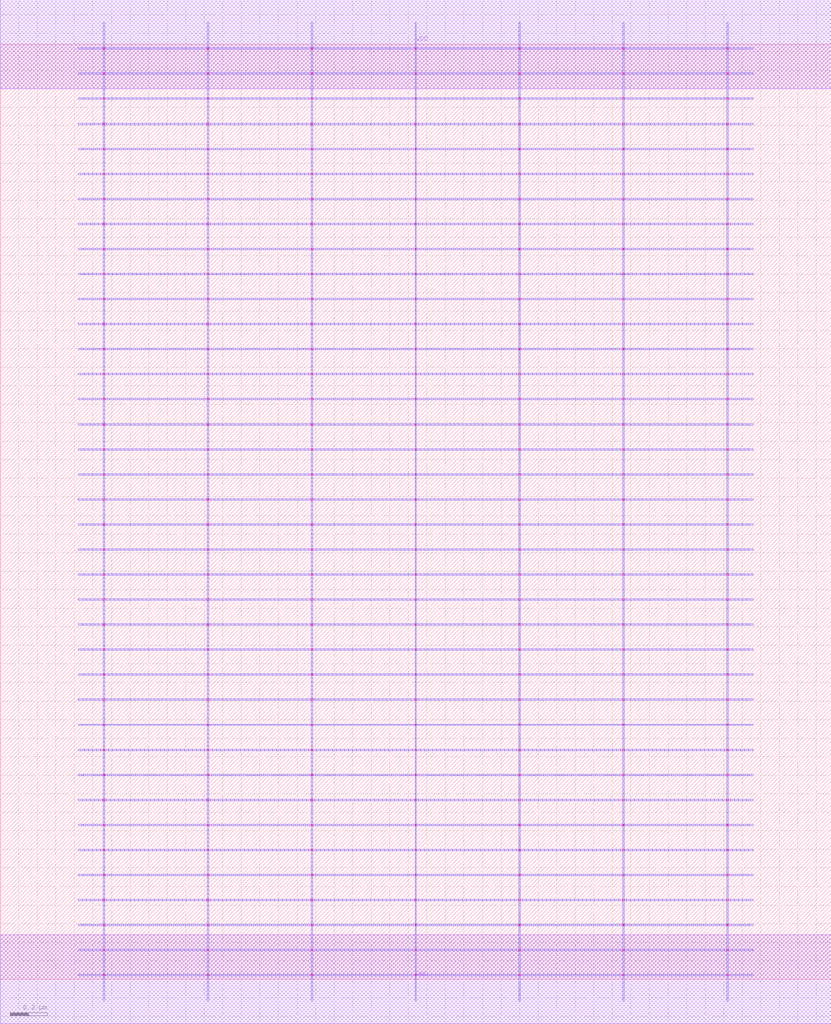
<source format=lef>
MACRO NOR3
 CLASS CORE ;
 FOREIGN NOR3 0 0 ;
 SIZE 4.48 BY 5.04 ;
 ORIGIN 0 0 ;
 SYMMETRY X Y R90 ;
 SITE unit ;
  PIN VDD
   DIRECTION INOUT ;
   USE POWER ;
   SHAPE ABUTMENT ;
    PORT
     CLASS CORE ;
       LAYER met1 ;
        RECT 0.00000000 4.80000000 4.48000000 5.28000000 ;
    END
  END VDD

  PIN GND
   DIRECTION INOUT ;
   USE POWER ;
   SHAPE ABUTMENT ;
    PORT
     CLASS CORE ;
       LAYER met1 ;
        RECT 0.00000000 -0.24000000 4.48000000 0.24000000 ;
    END
  END GND

 OBS
    LAYER polycont ;
     RECT 1.11600000 2.58300000 1.12400000 2.59100000 ;
     RECT 2.23600000 2.58300000 2.24400000 2.59100000 ;
     RECT 3.35600000 2.58300000 3.36400000 2.59100000 ;
     RECT 1.11600000 2.98800000 1.12400000 2.99600000 ;
     RECT 2.23600000 2.98800000 2.24400000 2.99600000 ;
     RECT 3.35600000 2.98800000 3.36400000 2.99600000 ;

    LAYER pdiffc ;
     RECT 0.55600000 3.39300000 0.56400000 3.40100000 ;
     RECT 1.67600000 3.39300000 1.68400000 3.40100000 ;
     RECT 2.79600000 3.39300000 2.80400000 3.40100000 ;
     RECT 3.91600000 3.39300000 3.92400000 3.40100000 ;
     RECT 0.55600000 3.52800000 0.56400000 3.53600000 ;
     RECT 1.67600000 3.52800000 1.68400000 3.53600000 ;
     RECT 2.79600000 3.52800000 2.80400000 3.53600000 ;
     RECT 3.91600000 3.52800000 3.92400000 3.53600000 ;
     RECT 0.55600000 3.66300000 0.56400000 3.67100000 ;
     RECT 1.67600000 3.66300000 1.68400000 3.67100000 ;
     RECT 2.79600000 3.66300000 2.80400000 3.67100000 ;
     RECT 3.91600000 3.66300000 3.92400000 3.67100000 ;
     RECT 0.55600000 3.79800000 0.56400000 3.80600000 ;
     RECT 1.67600000 3.79800000 1.68400000 3.80600000 ;
     RECT 2.79600000 3.79800000 2.80400000 3.80600000 ;
     RECT 3.91600000 3.79800000 3.92400000 3.80600000 ;
     RECT 0.55600000 3.93300000 0.56400000 3.94100000 ;
     RECT 1.67600000 3.93300000 1.68400000 3.94100000 ;
     RECT 2.79600000 3.93300000 2.80400000 3.94100000 ;
     RECT 3.91600000 3.93300000 3.92400000 3.94100000 ;
     RECT 0.55600000 4.06800000 0.56400000 4.07600000 ;
     RECT 1.67600000 4.06800000 1.68400000 4.07600000 ;
     RECT 2.79600000 4.06800000 2.80400000 4.07600000 ;
     RECT 3.91600000 4.06800000 3.92400000 4.07600000 ;
     RECT 0.55600000 4.20300000 0.56400000 4.21100000 ;
     RECT 1.67600000 4.20300000 1.68400000 4.21100000 ;
     RECT 2.79600000 4.20300000 2.80400000 4.21100000 ;
     RECT 3.91600000 4.20300000 3.92400000 4.21100000 ;
     RECT 0.55600000 4.33800000 0.56400000 4.34600000 ;
     RECT 1.67600000 4.33800000 1.68400000 4.34600000 ;
     RECT 2.79600000 4.33800000 2.80400000 4.34600000 ;
     RECT 3.91600000 4.33800000 3.92400000 4.34600000 ;
     RECT 0.55600000 4.47300000 0.56400000 4.48100000 ;
     RECT 1.67600000 4.47300000 1.68400000 4.48100000 ;
     RECT 2.79600000 4.47300000 2.80400000 4.48100000 ;
     RECT 3.91600000 4.47300000 3.92400000 4.48100000 ;
     RECT 0.55600000 4.60800000 0.56400000 4.61600000 ;
     RECT 1.67600000 4.60800000 1.68400000 4.61600000 ;
     RECT 2.79600000 4.60800000 2.80400000 4.61600000 ;
     RECT 3.91600000 4.60800000 3.92400000 4.61600000 ;

    LAYER ndiffc ;
     RECT 0.55600000 0.42300000 0.56400000 0.43100000 ;
     RECT 1.67600000 0.42300000 1.68400000 0.43100000 ;
     RECT 2.79600000 0.42300000 2.80400000 0.43100000 ;
     RECT 3.91600000 0.42300000 3.92400000 0.43100000 ;
     RECT 0.55600000 0.55800000 0.56400000 0.56600000 ;
     RECT 1.67600000 0.55800000 1.68400000 0.56600000 ;
     RECT 2.79600000 0.55800000 2.80400000 0.56600000 ;
     RECT 3.91600000 0.55800000 3.92400000 0.56600000 ;
     RECT 0.55600000 0.69300000 0.56400000 0.70100000 ;
     RECT 1.67600000 0.69300000 1.68400000 0.70100000 ;
     RECT 2.79600000 0.69300000 2.80400000 0.70100000 ;
     RECT 3.91600000 0.69300000 3.92400000 0.70100000 ;
     RECT 0.55600000 0.82800000 0.56400000 0.83600000 ;
     RECT 1.67600000 0.82800000 1.68400000 0.83600000 ;
     RECT 2.79600000 0.82800000 2.80400000 0.83600000 ;
     RECT 3.91600000 0.82800000 3.92400000 0.83600000 ;
     RECT 0.55600000 0.96300000 0.56400000 0.97100000 ;
     RECT 1.67600000 0.96300000 1.68400000 0.97100000 ;
     RECT 2.79600000 0.96300000 2.80400000 0.97100000 ;
     RECT 3.91600000 0.96300000 3.92400000 0.97100000 ;
     RECT 0.55600000 1.09800000 0.56400000 1.10600000 ;
     RECT 1.67600000 1.09800000 1.68400000 1.10600000 ;
     RECT 2.79600000 1.09800000 2.80400000 1.10600000 ;
     RECT 3.91600000 1.09800000 3.92400000 1.10600000 ;
     RECT 0.55600000 1.23300000 0.56400000 1.24100000 ;
     RECT 1.67600000 1.23300000 1.68400000 1.24100000 ;
     RECT 2.79600000 1.23300000 2.80400000 1.24100000 ;
     RECT 3.91600000 1.23300000 3.92400000 1.24100000 ;
     RECT 0.55600000 1.36800000 0.56400000 1.37600000 ;
     RECT 1.67600000 1.36800000 1.68400000 1.37600000 ;
     RECT 2.79600000 1.36800000 2.80400000 1.37600000 ;
     RECT 3.91600000 1.36800000 3.92400000 1.37600000 ;
     RECT 0.55600000 1.50300000 0.56400000 1.51100000 ;
     RECT 1.67600000 1.50300000 1.68400000 1.51100000 ;
     RECT 2.79600000 1.50300000 2.80400000 1.51100000 ;
     RECT 3.91600000 1.50300000 3.92400000 1.51100000 ;
     RECT 0.55600000 1.63800000 0.56400000 1.64600000 ;
     RECT 1.67600000 1.63800000 1.68400000 1.64600000 ;
     RECT 2.79600000 1.63800000 2.80400000 1.64600000 ;
     RECT 3.91600000 1.63800000 3.92400000 1.64600000 ;
     RECT 0.55600000 1.77300000 0.56400000 1.78100000 ;
     RECT 1.67600000 1.77300000 1.68400000 1.78100000 ;
     RECT 2.79600000 1.77300000 2.80400000 1.78100000 ;
     RECT 3.91600000 1.77300000 3.92400000 1.78100000 ;
     RECT 0.55600000 1.90800000 0.56400000 1.91600000 ;
     RECT 1.67600000 1.90800000 1.68400000 1.91600000 ;
     RECT 2.79600000 1.90800000 2.80400000 1.91600000 ;
     RECT 3.91600000 1.90800000 3.92400000 1.91600000 ;
     RECT 0.55600000 2.04300000 0.56400000 2.05100000 ;
     RECT 1.67600000 2.04300000 1.68400000 2.05100000 ;
     RECT 2.79600000 2.04300000 2.80400000 2.05100000 ;
     RECT 3.91600000 2.04300000 3.92400000 2.05100000 ;

    LAYER met1 ;
     RECT 0.00000000 -0.24000000 4.48000000 0.24000000 ;
     RECT 2.23600000 0.24000000 2.24400000 0.28800000 ;
     RECT 0.44500000 0.28800000 4.03500000 0.29600000 ;
     RECT 2.23600000 0.29600000 2.24400000 0.42300000 ;
     RECT 0.44500000 0.42300000 4.03500000 0.43100000 ;
     RECT 2.23600000 0.43100000 2.24400000 0.55800000 ;
     RECT 0.44500000 0.55800000 4.03500000 0.56600000 ;
     RECT 2.23600000 0.56600000 2.24400000 0.69300000 ;
     RECT 0.44500000 0.69300000 4.03500000 0.70100000 ;
     RECT 2.23600000 0.70100000 2.24400000 0.82800000 ;
     RECT 0.44500000 0.82800000 4.03500000 0.83600000 ;
     RECT 2.23600000 0.83600000 2.24400000 0.96300000 ;
     RECT 0.44500000 0.96300000 4.03500000 0.97100000 ;
     RECT 2.23600000 0.97100000 2.24400000 1.09800000 ;
     RECT 0.44500000 1.09800000 4.03500000 1.10600000 ;
     RECT 2.23600000 1.10600000 2.24400000 1.23300000 ;
     RECT 0.44500000 1.23300000 4.03500000 1.24100000 ;
     RECT 2.23600000 1.24100000 2.24400000 1.36800000 ;
     RECT 0.44500000 1.36800000 4.03500000 1.37600000 ;
     RECT 2.23600000 1.37600000 2.24400000 1.50300000 ;
     RECT 0.44500000 1.50300000 4.03500000 1.51100000 ;
     RECT 2.23600000 1.51100000 2.24400000 1.63800000 ;
     RECT 0.44500000 1.63800000 4.03500000 1.64600000 ;
     RECT 2.23600000 1.64600000 2.24400000 1.77300000 ;
     RECT 0.44500000 1.77300000 4.03500000 1.78100000 ;
     RECT 2.23600000 1.78100000 2.24400000 1.90800000 ;
     RECT 0.44500000 1.90800000 4.03500000 1.91600000 ;
     RECT 2.23600000 1.91600000 2.24400000 2.04300000 ;
     RECT 0.44500000 2.04300000 4.03500000 2.05100000 ;
     RECT 2.23600000 2.05100000 2.24400000 2.17800000 ;
     RECT 0.44500000 2.17800000 4.03500000 2.18600000 ;
     RECT 2.23600000 2.18600000 2.24400000 2.31300000 ;
     RECT 0.44500000 2.31300000 4.03500000 2.32100000 ;
     RECT 2.23600000 2.32100000 2.24400000 2.44800000 ;
     RECT 0.44500000 2.44800000 4.03500000 2.45600000 ;
     RECT 0.55600000 2.45600000 0.56400000 2.58300000 ;
     RECT 1.11600000 2.45600000 1.12400000 2.58300000 ;
     RECT 1.67600000 2.45600000 1.68400000 2.58300000 ;
     RECT 2.23600000 2.45600000 2.24400000 2.58300000 ;
     RECT 2.79600000 2.45600000 2.80400000 2.58300000 ;
     RECT 3.35600000 2.45600000 3.36400000 2.58300000 ;
     RECT 3.91600000 2.45600000 3.92400000 2.58300000 ;
     RECT 0.44500000 2.58300000 4.03500000 2.59100000 ;
     RECT 2.23600000 2.59100000 2.24400000 2.71800000 ;
     RECT 0.44500000 2.71800000 4.03500000 2.72600000 ;
     RECT 2.23600000 2.72600000 2.24400000 2.85300000 ;
     RECT 0.44500000 2.85300000 4.03500000 2.86100000 ;
     RECT 2.23600000 2.86100000 2.24400000 2.98800000 ;
     RECT 0.44500000 2.98800000 4.03500000 2.99600000 ;
     RECT 2.23600000 2.99600000 2.24400000 3.12300000 ;
     RECT 0.44500000 3.12300000 4.03500000 3.13100000 ;
     RECT 2.23600000 3.13100000 2.24400000 3.25800000 ;
     RECT 0.44500000 3.25800000 4.03500000 3.26600000 ;
     RECT 2.23600000 3.26600000 2.24400000 3.39300000 ;
     RECT 0.44500000 3.39300000 4.03500000 3.40100000 ;
     RECT 2.23600000 3.40100000 2.24400000 3.52800000 ;
     RECT 0.44500000 3.52800000 4.03500000 3.53600000 ;
     RECT 2.23600000 3.53600000 2.24400000 3.66300000 ;
     RECT 0.44500000 3.66300000 4.03500000 3.67100000 ;
     RECT 2.23600000 3.67100000 2.24400000 3.79800000 ;
     RECT 0.44500000 3.79800000 4.03500000 3.80600000 ;
     RECT 2.23600000 3.80600000 2.24400000 3.93300000 ;
     RECT 0.44500000 3.93300000 4.03500000 3.94100000 ;
     RECT 2.23600000 3.94100000 2.24400000 4.06800000 ;
     RECT 0.44500000 4.06800000 4.03500000 4.07600000 ;
     RECT 2.23600000 4.07600000 2.24400000 4.20300000 ;
     RECT 0.44500000 4.20300000 4.03500000 4.21100000 ;
     RECT 2.23600000 4.21100000 2.24400000 4.33800000 ;
     RECT 0.44500000 4.33800000 4.03500000 4.34600000 ;
     RECT 2.23600000 4.34600000 2.24400000 4.47300000 ;
     RECT 0.44500000 4.47300000 4.03500000 4.48100000 ;
     RECT 2.23600000 4.48100000 2.24400000 4.60800000 ;
     RECT 0.44500000 4.60800000 4.03500000 4.61600000 ;
     RECT 2.23600000 4.61600000 2.24400000 4.74300000 ;
     RECT 0.44500000 4.74300000 4.03500000 4.75100000 ;
     RECT 2.23600000 4.75100000 2.24400000 4.80000000 ;
     RECT 0.00000000 4.80000000 4.48000000 5.28000000 ;
     RECT 3.91600000 2.86100000 3.92400000 2.98800000 ;
     RECT 3.35600000 2.59100000 3.36400000 2.71800000 ;
     RECT 2.79600000 3.53600000 2.80400000 3.66300000 ;
     RECT 3.35600000 3.53600000 3.36400000 3.66300000 ;
     RECT 3.91600000 3.53600000 3.92400000 3.66300000 ;
     RECT 2.79600000 2.72600000 2.80400000 2.85300000 ;
     RECT 2.79600000 2.99600000 2.80400000 3.12300000 ;
     RECT 2.79600000 3.67100000 2.80400000 3.79800000 ;
     RECT 3.35600000 3.67100000 3.36400000 3.79800000 ;
     RECT 3.91600000 3.67100000 3.92400000 3.79800000 ;
     RECT 3.35600000 2.99600000 3.36400000 3.12300000 ;
     RECT 3.91600000 2.99600000 3.92400000 3.12300000 ;
     RECT 2.79600000 3.80600000 2.80400000 3.93300000 ;
     RECT 3.35600000 3.80600000 3.36400000 3.93300000 ;
     RECT 3.91600000 3.80600000 3.92400000 3.93300000 ;
     RECT 3.35600000 2.72600000 3.36400000 2.85300000 ;
     RECT 3.91600000 2.72600000 3.92400000 2.85300000 ;
     RECT 2.79600000 3.94100000 2.80400000 4.06800000 ;
     RECT 3.35600000 3.94100000 3.36400000 4.06800000 ;
     RECT 3.91600000 3.94100000 3.92400000 4.06800000 ;
     RECT 2.79600000 3.13100000 2.80400000 3.25800000 ;
     RECT 3.35600000 3.13100000 3.36400000 3.25800000 ;
     RECT 2.79600000 4.07600000 2.80400000 4.20300000 ;
     RECT 3.35600000 4.07600000 3.36400000 4.20300000 ;
     RECT 3.91600000 4.07600000 3.92400000 4.20300000 ;
     RECT 3.91600000 3.13100000 3.92400000 3.25800000 ;
     RECT 3.91600000 2.59100000 3.92400000 2.71800000 ;
     RECT 2.79600000 4.21100000 2.80400000 4.33800000 ;
     RECT 3.35600000 4.21100000 3.36400000 4.33800000 ;
     RECT 3.91600000 4.21100000 3.92400000 4.33800000 ;
     RECT 2.79600000 2.59100000 2.80400000 2.71800000 ;
     RECT 2.79600000 3.26600000 2.80400000 3.39300000 ;
     RECT 2.79600000 4.34600000 2.80400000 4.47300000 ;
     RECT 3.35600000 4.34600000 3.36400000 4.47300000 ;
     RECT 3.91600000 4.34600000 3.92400000 4.47300000 ;
     RECT 3.35600000 3.26600000 3.36400000 3.39300000 ;
     RECT 3.91600000 3.26600000 3.92400000 3.39300000 ;
     RECT 2.79600000 4.48100000 2.80400000 4.60800000 ;
     RECT 3.35600000 4.48100000 3.36400000 4.60800000 ;
     RECT 3.91600000 4.48100000 3.92400000 4.60800000 ;
     RECT 2.79600000 2.86100000 2.80400000 2.98800000 ;
     RECT 3.35600000 2.86100000 3.36400000 2.98800000 ;
     RECT 2.79600000 4.61600000 2.80400000 4.74300000 ;
     RECT 3.35600000 4.61600000 3.36400000 4.74300000 ;
     RECT 3.91600000 4.61600000 3.92400000 4.74300000 ;
     RECT 2.79600000 3.40100000 2.80400000 3.52800000 ;
     RECT 3.35600000 3.40100000 3.36400000 3.52800000 ;
     RECT 2.79600000 4.75100000 2.80400000 4.80000000 ;
     RECT 3.35600000 4.75100000 3.36400000 4.80000000 ;
     RECT 3.91600000 4.75100000 3.92400000 4.80000000 ;
     RECT 3.91600000 3.40100000 3.92400000 3.52800000 ;
     RECT 1.67600000 2.72600000 1.68400000 2.85300000 ;
     RECT 0.55600000 3.13100000 0.56400000 3.25800000 ;
     RECT 1.11600000 3.13100000 1.12400000 3.25800000 ;
     RECT 0.55600000 4.07600000 0.56400000 4.20300000 ;
     RECT 1.11600000 4.07600000 1.12400000 4.20300000 ;
     RECT 1.67600000 4.07600000 1.68400000 4.20300000 ;
     RECT 1.67600000 3.13100000 1.68400000 3.25800000 ;
     RECT 0.55600000 3.53600000 0.56400000 3.66300000 ;
     RECT 1.11600000 3.53600000 1.12400000 3.66300000 ;
     RECT 1.67600000 3.53600000 1.68400000 3.66300000 ;
     RECT 1.67600000 2.59100000 1.68400000 2.71800000 ;
     RECT 0.55600000 4.21100000 0.56400000 4.33800000 ;
     RECT 1.11600000 4.21100000 1.12400000 4.33800000 ;
     RECT 1.67600000 4.21100000 1.68400000 4.33800000 ;
     RECT 0.55600000 2.59100000 0.56400000 2.71800000 ;
     RECT 1.11600000 2.59100000 1.12400000 2.71800000 ;
     RECT 0.55600000 2.72600000 0.56400000 2.85300000 ;
     RECT 0.55600000 2.99600000 0.56400000 3.12300000 ;
     RECT 0.55600000 3.67100000 0.56400000 3.79800000 ;
     RECT 0.55600000 4.34600000 0.56400000 4.47300000 ;
     RECT 1.11600000 4.34600000 1.12400000 4.47300000 ;
     RECT 1.67600000 4.34600000 1.68400000 4.47300000 ;
     RECT 1.11600000 3.67100000 1.12400000 3.79800000 ;
     RECT 1.67600000 3.67100000 1.68400000 3.79800000 ;
     RECT 0.55600000 3.26600000 0.56400000 3.39300000 ;
     RECT 1.11600000 3.26600000 1.12400000 3.39300000 ;
     RECT 1.67600000 3.26600000 1.68400000 3.39300000 ;
     RECT 0.55600000 4.48100000 0.56400000 4.60800000 ;
     RECT 1.11600000 4.48100000 1.12400000 4.60800000 ;
     RECT 1.67600000 4.48100000 1.68400000 4.60800000 ;
     RECT 1.11600000 2.99600000 1.12400000 3.12300000 ;
     RECT 1.67600000 2.99600000 1.68400000 3.12300000 ;
     RECT 0.55600000 3.80600000 0.56400000 3.93300000 ;
     RECT 1.11600000 3.80600000 1.12400000 3.93300000 ;
     RECT 1.67600000 3.80600000 1.68400000 3.93300000 ;
     RECT 0.55600000 4.61600000 0.56400000 4.74300000 ;
     RECT 1.11600000 4.61600000 1.12400000 4.74300000 ;
     RECT 1.67600000 4.61600000 1.68400000 4.74300000 ;
     RECT 1.11600000 2.72600000 1.12400000 2.85300000 ;
     RECT 0.55600000 2.86100000 0.56400000 2.98800000 ;
     RECT 1.11600000 2.86100000 1.12400000 2.98800000 ;
     RECT 0.55600000 3.40100000 0.56400000 3.52800000 ;
     RECT 1.11600000 3.40100000 1.12400000 3.52800000 ;
     RECT 0.55600000 4.75100000 0.56400000 4.80000000 ;
     RECT 1.11600000 4.75100000 1.12400000 4.80000000 ;
     RECT 1.67600000 4.75100000 1.68400000 4.80000000 ;
     RECT 0.55600000 3.94100000 0.56400000 4.06800000 ;
     RECT 1.11600000 3.94100000 1.12400000 4.06800000 ;
     RECT 1.67600000 3.94100000 1.68400000 4.06800000 ;
     RECT 1.67600000 3.40100000 1.68400000 3.52800000 ;
     RECT 1.67600000 2.86100000 1.68400000 2.98800000 ;
     RECT 1.11600000 2.18600000 1.12400000 2.31300000 ;
     RECT 1.67600000 2.18600000 1.68400000 2.31300000 ;
     RECT 0.55600000 0.97100000 0.56400000 1.09800000 ;
     RECT 1.11600000 0.97100000 1.12400000 1.09800000 ;
     RECT 0.55600000 2.32100000 0.56400000 2.44800000 ;
     RECT 1.11600000 2.32100000 1.12400000 2.44800000 ;
     RECT 1.67600000 2.32100000 1.68400000 2.44800000 ;
     RECT 1.67600000 0.97100000 1.68400000 1.09800000 ;
     RECT 1.67600000 0.43100000 1.68400000 0.55800000 ;
     RECT 1.11600000 0.24000000 1.12400000 0.28800000 ;
     RECT 0.55600000 1.10600000 0.56400000 1.23300000 ;
     RECT 1.11600000 1.10600000 1.12400000 1.23300000 ;
     RECT 1.67600000 1.10600000 1.68400000 1.23300000 ;
     RECT 0.55600000 0.29600000 0.56400000 0.42300000 ;
     RECT 0.55600000 0.56600000 0.56400000 0.69300000 ;
     RECT 0.55600000 1.24100000 0.56400000 1.36800000 ;
     RECT 1.11600000 1.24100000 1.12400000 1.36800000 ;
     RECT 1.67600000 1.24100000 1.68400000 1.36800000 ;
     RECT 1.11600000 0.56600000 1.12400000 0.69300000 ;
     RECT 1.67600000 0.56600000 1.68400000 0.69300000 ;
     RECT 0.55600000 1.37600000 0.56400000 1.50300000 ;
     RECT 1.11600000 1.37600000 1.12400000 1.50300000 ;
     RECT 1.67600000 1.37600000 1.68400000 1.50300000 ;
     RECT 1.11600000 0.29600000 1.12400000 0.42300000 ;
     RECT 1.67600000 0.29600000 1.68400000 0.42300000 ;
     RECT 0.55600000 1.51100000 0.56400000 1.63800000 ;
     RECT 1.11600000 1.51100000 1.12400000 1.63800000 ;
     RECT 1.67600000 1.51100000 1.68400000 1.63800000 ;
     RECT 0.55600000 0.70100000 0.56400000 0.82800000 ;
     RECT 1.11600000 0.70100000 1.12400000 0.82800000 ;
     RECT 0.55600000 1.64600000 0.56400000 1.77300000 ;
     RECT 1.11600000 1.64600000 1.12400000 1.77300000 ;
     RECT 1.67600000 1.64600000 1.68400000 1.77300000 ;
     RECT 1.67600000 0.70100000 1.68400000 0.82800000 ;
     RECT 1.67600000 0.24000000 1.68400000 0.28800000 ;
     RECT 0.55600000 1.78100000 0.56400000 1.90800000 ;
     RECT 1.11600000 1.78100000 1.12400000 1.90800000 ;
     RECT 1.67600000 1.78100000 1.68400000 1.90800000 ;
     RECT 0.55600000 0.24000000 0.56400000 0.28800000 ;
     RECT 0.55600000 0.83600000 0.56400000 0.96300000 ;
     RECT 0.55600000 1.91600000 0.56400000 2.04300000 ;
     RECT 1.11600000 1.91600000 1.12400000 2.04300000 ;
     RECT 1.67600000 1.91600000 1.68400000 2.04300000 ;
     RECT 1.11600000 0.83600000 1.12400000 0.96300000 ;
     RECT 1.67600000 0.83600000 1.68400000 0.96300000 ;
     RECT 0.55600000 2.05100000 0.56400000 2.17800000 ;
     RECT 1.11600000 2.05100000 1.12400000 2.17800000 ;
     RECT 1.67600000 2.05100000 1.68400000 2.17800000 ;
     RECT 0.55600000 0.43100000 0.56400000 0.55800000 ;
     RECT 1.11600000 0.43100000 1.12400000 0.55800000 ;
     RECT 0.55600000 2.18600000 0.56400000 2.31300000 ;
     RECT 3.35600000 0.29600000 3.36400000 0.42300000 ;
     RECT 2.79600000 0.43100000 2.80400000 0.55800000 ;
     RECT 3.35600000 0.43100000 3.36400000 0.55800000 ;
     RECT 2.79600000 0.97100000 2.80400000 1.09800000 ;
     RECT 3.35600000 0.97100000 3.36400000 1.09800000 ;
     RECT 2.79600000 2.32100000 2.80400000 2.44800000 ;
     RECT 3.35600000 2.32100000 3.36400000 2.44800000 ;
     RECT 3.91600000 2.32100000 3.92400000 2.44800000 ;
     RECT 2.79600000 1.51100000 2.80400000 1.63800000 ;
     RECT 3.35600000 1.51100000 3.36400000 1.63800000 ;
     RECT 3.91600000 1.51100000 3.92400000 1.63800000 ;
     RECT 3.91600000 0.97100000 3.92400000 1.09800000 ;
     RECT 3.91600000 0.43100000 3.92400000 0.55800000 ;
     RECT 3.91600000 0.29600000 3.92400000 0.42300000 ;
     RECT 2.79600000 0.70100000 2.80400000 0.82800000 ;
     RECT 3.35600000 0.70100000 3.36400000 0.82800000 ;
     RECT 2.79600000 1.64600000 2.80400000 1.77300000 ;
     RECT 3.35600000 1.64600000 3.36400000 1.77300000 ;
     RECT 3.91600000 1.64600000 3.92400000 1.77300000 ;
     RECT 3.91600000 0.70100000 3.92400000 0.82800000 ;
     RECT 2.79600000 1.10600000 2.80400000 1.23300000 ;
     RECT 3.35600000 1.10600000 3.36400000 1.23300000 ;
     RECT 3.91600000 1.10600000 3.92400000 1.23300000 ;
     RECT 3.91600000 0.24000000 3.92400000 0.28800000 ;
     RECT 2.79600000 1.78100000 2.80400000 1.90800000 ;
     RECT 3.35600000 1.78100000 3.36400000 1.90800000 ;
     RECT 3.91600000 1.78100000 3.92400000 1.90800000 ;
     RECT 2.79600000 0.24000000 2.80400000 0.28800000 ;
     RECT 3.35600000 0.24000000 3.36400000 0.28800000 ;
     RECT 2.79600000 0.29600000 2.80400000 0.42300000 ;
     RECT 2.79600000 0.56600000 2.80400000 0.69300000 ;
     RECT 2.79600000 1.24100000 2.80400000 1.36800000 ;
     RECT 2.79600000 1.91600000 2.80400000 2.04300000 ;
     RECT 3.35600000 1.91600000 3.36400000 2.04300000 ;
     RECT 3.91600000 1.91600000 3.92400000 2.04300000 ;
     RECT 3.35600000 1.24100000 3.36400000 1.36800000 ;
     RECT 3.91600000 1.24100000 3.92400000 1.36800000 ;
     RECT 2.79600000 0.83600000 2.80400000 0.96300000 ;
     RECT 3.35600000 0.83600000 3.36400000 0.96300000 ;
     RECT 3.91600000 0.83600000 3.92400000 0.96300000 ;
     RECT 2.79600000 2.05100000 2.80400000 2.17800000 ;
     RECT 3.35600000 2.05100000 3.36400000 2.17800000 ;
     RECT 3.91600000 2.05100000 3.92400000 2.17800000 ;
     RECT 3.35600000 0.56600000 3.36400000 0.69300000 ;
     RECT 3.91600000 0.56600000 3.92400000 0.69300000 ;
     RECT 2.79600000 1.37600000 2.80400000 1.50300000 ;
     RECT 3.35600000 1.37600000 3.36400000 1.50300000 ;
     RECT 3.91600000 1.37600000 3.92400000 1.50300000 ;
     RECT 2.79600000 2.18600000 2.80400000 2.31300000 ;
     RECT 3.35600000 2.18600000 3.36400000 2.31300000 ;
     RECT 3.91600000 2.18600000 3.92400000 2.31300000 ;

    LAYER via1 ;
     RECT 2.23600000 0.01800000 2.24400000 0.02600000 ;
     RECT 2.23600000 0.15300000 2.24400000 0.16100000 ;
     RECT 2.23600000 0.28800000 2.24400000 0.29600000 ;
     RECT 2.23600000 0.42300000 2.24400000 0.43100000 ;
     RECT 2.23600000 0.55800000 2.24400000 0.56600000 ;
     RECT 2.23600000 0.69300000 2.24400000 0.70100000 ;
     RECT 2.23600000 0.82800000 2.24400000 0.83600000 ;
     RECT 2.23600000 0.96300000 2.24400000 0.97100000 ;
     RECT 2.23600000 1.09800000 2.24400000 1.10600000 ;
     RECT 2.23600000 1.23300000 2.24400000 1.24100000 ;
     RECT 2.23600000 1.36800000 2.24400000 1.37600000 ;
     RECT 2.23600000 1.50300000 2.24400000 1.51100000 ;
     RECT 2.23600000 1.63800000 2.24400000 1.64600000 ;
     RECT 2.23600000 1.77300000 2.24400000 1.78100000 ;
     RECT 2.23600000 1.90800000 2.24400000 1.91600000 ;
     RECT 2.23600000 2.04300000 2.24400000 2.05100000 ;
     RECT 2.23600000 2.17800000 2.24400000 2.18600000 ;
     RECT 2.23600000 2.31300000 2.24400000 2.32100000 ;
     RECT 2.23600000 2.44800000 2.24400000 2.45600000 ;
     RECT 2.23600000 2.58300000 2.24400000 2.59100000 ;
     RECT 2.23600000 2.71800000 2.24400000 2.72600000 ;
     RECT 2.23600000 2.85300000 2.24400000 2.86100000 ;
     RECT 2.23600000 2.98800000 2.24400000 2.99600000 ;
     RECT 2.23600000 3.12300000 2.24400000 3.13100000 ;
     RECT 2.23600000 3.25800000 2.24400000 3.26600000 ;
     RECT 2.23600000 3.39300000 2.24400000 3.40100000 ;
     RECT 2.23600000 3.52800000 2.24400000 3.53600000 ;
     RECT 2.23600000 3.66300000 2.24400000 3.67100000 ;
     RECT 2.23600000 3.79800000 2.24400000 3.80600000 ;
     RECT 2.23600000 3.93300000 2.24400000 3.94100000 ;
     RECT 2.23600000 4.06800000 2.24400000 4.07600000 ;
     RECT 2.23600000 4.20300000 2.24400000 4.21100000 ;
     RECT 2.23600000 4.33800000 2.24400000 4.34600000 ;
     RECT 2.23600000 4.47300000 2.24400000 4.48100000 ;
     RECT 2.23600000 4.60800000 2.24400000 4.61600000 ;
     RECT 2.23600000 4.74300000 2.24400000 4.75100000 ;
     RECT 2.23600000 4.87800000 2.24400000 4.88600000 ;
     RECT 2.23600000 5.01300000 2.24400000 5.02100000 ;
     RECT 3.91600000 3.12300000 3.92400000 3.13100000 ;
     RECT 2.79600000 2.71800000 2.80400000 2.72600000 ;
     RECT 2.79600000 3.25800000 2.80400000 3.26600000 ;
     RECT 3.35600000 3.25800000 3.36400000 3.26600000 ;
     RECT 3.91600000 3.25800000 3.92400000 3.26600000 ;
     RECT 3.35600000 2.71800000 3.36400000 2.72600000 ;
     RECT 2.79600000 3.39300000 2.80400000 3.40100000 ;
     RECT 3.35600000 3.39300000 3.36400000 3.40100000 ;
     RECT 3.91600000 3.39300000 3.92400000 3.40100000 ;
     RECT 3.91600000 2.71800000 3.92400000 2.72600000 ;
     RECT 2.79600000 3.52800000 2.80400000 3.53600000 ;
     RECT 3.35600000 3.52800000 3.36400000 3.53600000 ;
     RECT 3.91600000 3.52800000 3.92400000 3.53600000 ;
     RECT 3.35600000 2.58300000 3.36400000 2.59100000 ;
     RECT 2.79600000 3.66300000 2.80400000 3.67100000 ;
     RECT 3.35600000 3.66300000 3.36400000 3.67100000 ;
     RECT 3.91600000 3.66300000 3.92400000 3.67100000 ;
     RECT 2.79600000 2.85300000 2.80400000 2.86100000 ;
     RECT 2.79600000 3.79800000 2.80400000 3.80600000 ;
     RECT 3.35600000 3.79800000 3.36400000 3.80600000 ;
     RECT 3.91600000 3.79800000 3.92400000 3.80600000 ;
     RECT 3.35600000 2.85300000 3.36400000 2.86100000 ;
     RECT 2.79600000 3.93300000 2.80400000 3.94100000 ;
     RECT 3.35600000 3.93300000 3.36400000 3.94100000 ;
     RECT 3.91600000 3.93300000 3.92400000 3.94100000 ;
     RECT 3.91600000 2.85300000 3.92400000 2.86100000 ;
     RECT 2.79600000 4.06800000 2.80400000 4.07600000 ;
     RECT 3.35600000 4.06800000 3.36400000 4.07600000 ;
     RECT 3.91600000 4.06800000 3.92400000 4.07600000 ;
     RECT 3.91600000 2.58300000 3.92400000 2.59100000 ;
     RECT 2.79600000 4.20300000 2.80400000 4.21100000 ;
     RECT 3.35600000 4.20300000 3.36400000 4.21100000 ;
     RECT 3.91600000 4.20300000 3.92400000 4.21100000 ;
     RECT 2.79600000 2.98800000 2.80400000 2.99600000 ;
     RECT 2.79600000 4.33800000 2.80400000 4.34600000 ;
     RECT 3.35600000 4.33800000 3.36400000 4.34600000 ;
     RECT 3.91600000 4.33800000 3.92400000 4.34600000 ;
     RECT 3.35600000 2.98800000 3.36400000 2.99600000 ;
     RECT 2.79600000 4.47300000 2.80400000 4.48100000 ;
     RECT 3.35600000 4.47300000 3.36400000 4.48100000 ;
     RECT 3.91600000 4.47300000 3.92400000 4.48100000 ;
     RECT 3.91600000 2.98800000 3.92400000 2.99600000 ;
     RECT 2.79600000 4.60800000 2.80400000 4.61600000 ;
     RECT 3.35600000 4.60800000 3.36400000 4.61600000 ;
     RECT 3.91600000 4.60800000 3.92400000 4.61600000 ;
     RECT 2.79600000 2.58300000 2.80400000 2.59100000 ;
     RECT 2.79600000 4.74300000 2.80400000 4.75100000 ;
     RECT 3.35600000 4.74300000 3.36400000 4.75100000 ;
     RECT 3.91600000 4.74300000 3.92400000 4.75100000 ;
     RECT 2.79600000 3.12300000 2.80400000 3.13100000 ;
     RECT 2.79600000 4.87800000 2.80400000 4.88600000 ;
     RECT 3.35600000 4.87800000 3.36400000 4.88600000 ;
     RECT 3.91600000 4.87800000 3.92400000 4.88600000 ;
     RECT 3.35600000 3.12300000 3.36400000 3.13100000 ;
     RECT 2.79600000 5.01300000 2.80400000 5.02100000 ;
     RECT 3.35600000 5.01300000 3.36400000 5.02100000 ;
     RECT 3.91600000 5.01300000 3.92400000 5.02100000 ;
     RECT 1.11600000 3.39300000 1.12400000 3.40100000 ;
     RECT 0.55600000 4.06800000 0.56400000 4.07600000 ;
     RECT 1.11600000 4.06800000 1.12400000 4.07600000 ;
     RECT 1.67600000 4.06800000 1.68400000 4.07600000 ;
     RECT 1.67600000 3.39300000 1.68400000 3.40100000 ;
     RECT 0.55600000 2.58300000 0.56400000 2.59100000 ;
     RECT 0.55600000 2.71800000 0.56400000 2.72600000 ;
     RECT 0.55600000 2.85300000 0.56400000 2.86100000 ;
     RECT 0.55600000 4.20300000 0.56400000 4.21100000 ;
     RECT 1.11600000 4.20300000 1.12400000 4.21100000 ;
     RECT 1.67600000 4.20300000 1.68400000 4.21100000 ;
     RECT 1.11600000 2.85300000 1.12400000 2.86100000 ;
     RECT 0.55600000 3.52800000 0.56400000 3.53600000 ;
     RECT 1.11600000 3.52800000 1.12400000 3.53600000 ;
     RECT 1.67600000 3.52800000 1.68400000 3.53600000 ;
     RECT 0.55600000 4.33800000 0.56400000 4.34600000 ;
     RECT 1.11600000 4.33800000 1.12400000 4.34600000 ;
     RECT 1.67600000 4.33800000 1.68400000 4.34600000 ;
     RECT 0.55600000 3.12300000 0.56400000 3.13100000 ;
     RECT 1.11600000 3.12300000 1.12400000 3.13100000 ;
     RECT 1.67600000 3.12300000 1.68400000 3.13100000 ;
     RECT 1.67600000 2.85300000 1.68400000 2.86100000 ;
     RECT 0.55600000 4.47300000 0.56400000 4.48100000 ;
     RECT 1.11600000 4.47300000 1.12400000 4.48100000 ;
     RECT 1.67600000 4.47300000 1.68400000 4.48100000 ;
     RECT 0.55600000 3.66300000 0.56400000 3.67100000 ;
     RECT 1.11600000 3.66300000 1.12400000 3.67100000 ;
     RECT 1.67600000 3.66300000 1.68400000 3.67100000 ;
     RECT 1.11600000 2.71800000 1.12400000 2.72600000 ;
     RECT 0.55600000 4.60800000 0.56400000 4.61600000 ;
     RECT 1.11600000 4.60800000 1.12400000 4.61600000 ;
     RECT 1.67600000 4.60800000 1.68400000 4.61600000 ;
     RECT 1.67600000 2.71800000 1.68400000 2.72600000 ;
     RECT 1.11600000 2.58300000 1.12400000 2.59100000 ;
     RECT 0.55600000 3.25800000 0.56400000 3.26600000 ;
     RECT 0.55600000 3.79800000 0.56400000 3.80600000 ;
     RECT 0.55600000 4.74300000 0.56400000 4.75100000 ;
     RECT 1.11600000 4.74300000 1.12400000 4.75100000 ;
     RECT 1.67600000 4.74300000 1.68400000 4.75100000 ;
     RECT 1.11600000 3.79800000 1.12400000 3.80600000 ;
     RECT 1.67600000 3.79800000 1.68400000 3.80600000 ;
     RECT 1.11600000 3.25800000 1.12400000 3.26600000 ;
     RECT 1.67600000 3.25800000 1.68400000 3.26600000 ;
     RECT 0.55600000 4.87800000 0.56400000 4.88600000 ;
     RECT 1.11600000 4.87800000 1.12400000 4.88600000 ;
     RECT 1.67600000 4.87800000 1.68400000 4.88600000 ;
     RECT 1.67600000 2.58300000 1.68400000 2.59100000 ;
     RECT 0.55600000 2.98800000 0.56400000 2.99600000 ;
     RECT 0.55600000 3.93300000 0.56400000 3.94100000 ;
     RECT 1.11600000 3.93300000 1.12400000 3.94100000 ;
     RECT 0.55600000 5.01300000 0.56400000 5.02100000 ;
     RECT 1.11600000 5.01300000 1.12400000 5.02100000 ;
     RECT 1.67600000 5.01300000 1.68400000 5.02100000 ;
     RECT 1.67600000 3.93300000 1.68400000 3.94100000 ;
     RECT 1.11600000 2.98800000 1.12400000 2.99600000 ;
     RECT 1.67600000 2.98800000 1.68400000 2.99600000 ;
     RECT 0.55600000 3.39300000 0.56400000 3.40100000 ;
     RECT 1.67600000 1.23300000 1.68400000 1.24100000 ;
     RECT 1.11600000 0.28800000 1.12400000 0.29600000 ;
     RECT 0.55600000 1.36800000 0.56400000 1.37600000 ;
     RECT 1.11600000 1.36800000 1.12400000 1.37600000 ;
     RECT 1.67600000 1.36800000 1.68400000 1.37600000 ;
     RECT 1.67600000 0.28800000 1.68400000 0.29600000 ;
     RECT 0.55600000 1.50300000 0.56400000 1.51100000 ;
     RECT 1.11600000 1.50300000 1.12400000 1.51100000 ;
     RECT 1.67600000 1.50300000 1.68400000 1.51100000 ;
     RECT 1.67600000 0.01800000 1.68400000 0.02600000 ;
     RECT 0.55600000 1.63800000 0.56400000 1.64600000 ;
     RECT 1.11600000 1.63800000 1.12400000 1.64600000 ;
     RECT 1.67600000 1.63800000 1.68400000 1.64600000 ;
     RECT 0.55600000 0.42300000 0.56400000 0.43100000 ;
     RECT 0.55600000 1.77300000 0.56400000 1.78100000 ;
     RECT 1.11600000 1.77300000 1.12400000 1.78100000 ;
     RECT 1.67600000 1.77300000 1.68400000 1.78100000 ;
     RECT 1.11600000 0.42300000 1.12400000 0.43100000 ;
     RECT 0.55600000 1.90800000 0.56400000 1.91600000 ;
     RECT 1.11600000 1.90800000 1.12400000 1.91600000 ;
     RECT 1.67600000 1.90800000 1.68400000 1.91600000 ;
     RECT 1.67600000 0.42300000 1.68400000 0.43100000 ;
     RECT 0.55600000 2.04300000 0.56400000 2.05100000 ;
     RECT 1.11600000 2.04300000 1.12400000 2.05100000 ;
     RECT 1.67600000 2.04300000 1.68400000 2.05100000 ;
     RECT 0.55600000 0.01800000 0.56400000 0.02600000 ;
     RECT 0.55600000 2.17800000 0.56400000 2.18600000 ;
     RECT 1.11600000 2.17800000 1.12400000 2.18600000 ;
     RECT 1.67600000 2.17800000 1.68400000 2.18600000 ;
     RECT 0.55600000 0.55800000 0.56400000 0.56600000 ;
     RECT 0.55600000 2.31300000 0.56400000 2.32100000 ;
     RECT 1.11600000 2.31300000 1.12400000 2.32100000 ;
     RECT 1.67600000 2.31300000 1.68400000 2.32100000 ;
     RECT 1.11600000 0.55800000 1.12400000 0.56600000 ;
     RECT 0.55600000 2.44800000 0.56400000 2.45600000 ;
     RECT 1.11600000 2.44800000 1.12400000 2.45600000 ;
     RECT 1.67600000 2.44800000 1.68400000 2.45600000 ;
     RECT 1.67600000 0.55800000 1.68400000 0.56600000 ;
     RECT 0.55600000 0.15300000 0.56400000 0.16100000 ;
     RECT 0.55600000 0.69300000 0.56400000 0.70100000 ;
     RECT 1.11600000 0.69300000 1.12400000 0.70100000 ;
     RECT 1.67600000 0.69300000 1.68400000 0.70100000 ;
     RECT 1.11600000 0.15300000 1.12400000 0.16100000 ;
     RECT 0.55600000 0.82800000 0.56400000 0.83600000 ;
     RECT 1.11600000 0.82800000 1.12400000 0.83600000 ;
     RECT 1.67600000 0.82800000 1.68400000 0.83600000 ;
     RECT 1.67600000 0.15300000 1.68400000 0.16100000 ;
     RECT 0.55600000 0.96300000 0.56400000 0.97100000 ;
     RECT 1.11600000 0.96300000 1.12400000 0.97100000 ;
     RECT 1.67600000 0.96300000 1.68400000 0.97100000 ;
     RECT 1.11600000 0.01800000 1.12400000 0.02600000 ;
     RECT 0.55600000 1.09800000 0.56400000 1.10600000 ;
     RECT 1.11600000 1.09800000 1.12400000 1.10600000 ;
     RECT 1.67600000 1.09800000 1.68400000 1.10600000 ;
     RECT 0.55600000 0.28800000 0.56400000 0.29600000 ;
     RECT 0.55600000 1.23300000 0.56400000 1.24100000 ;
     RECT 1.11600000 1.23300000 1.12400000 1.24100000 ;
     RECT 2.79600000 1.77300000 2.80400000 1.78100000 ;
     RECT 3.35600000 1.77300000 3.36400000 1.78100000 ;
     RECT 3.91600000 1.77300000 3.92400000 1.78100000 ;
     RECT 2.79600000 0.55800000 2.80400000 0.56600000 ;
     RECT 3.35600000 0.55800000 3.36400000 0.56600000 ;
     RECT 3.91600000 0.55800000 3.92400000 0.56600000 ;
     RECT 3.91600000 0.28800000 3.92400000 0.29600000 ;
     RECT 2.79600000 1.90800000 2.80400000 1.91600000 ;
     RECT 3.35600000 1.90800000 3.36400000 1.91600000 ;
     RECT 3.91600000 1.90800000 3.92400000 1.91600000 ;
     RECT 2.79600000 1.09800000 2.80400000 1.10600000 ;
     RECT 3.35600000 1.09800000 3.36400000 1.10600000 ;
     RECT 3.91600000 1.09800000 3.92400000 1.10600000 ;
     RECT 3.35600000 0.15300000 3.36400000 0.16100000 ;
     RECT 2.79600000 2.04300000 2.80400000 2.05100000 ;
     RECT 3.35600000 2.04300000 3.36400000 2.05100000 ;
     RECT 3.91600000 2.04300000 3.92400000 2.05100000 ;
     RECT 3.91600000 0.15300000 3.92400000 0.16100000 ;
     RECT 3.35600000 0.01800000 3.36400000 0.02600000 ;
     RECT 2.79600000 0.69300000 2.80400000 0.70100000 ;
     RECT 2.79600000 1.23300000 2.80400000 1.24100000 ;
     RECT 2.79600000 2.17800000 2.80400000 2.18600000 ;
     RECT 3.35600000 2.17800000 3.36400000 2.18600000 ;
     RECT 3.91600000 2.17800000 3.92400000 2.18600000 ;
     RECT 3.35600000 1.23300000 3.36400000 1.24100000 ;
     RECT 3.91600000 1.23300000 3.92400000 1.24100000 ;
     RECT 3.35600000 0.69300000 3.36400000 0.70100000 ;
     RECT 3.91600000 0.69300000 3.92400000 0.70100000 ;
     RECT 2.79600000 2.31300000 2.80400000 2.32100000 ;
     RECT 3.35600000 2.31300000 3.36400000 2.32100000 ;
     RECT 3.91600000 2.31300000 3.92400000 2.32100000 ;
     RECT 3.91600000 0.01800000 3.92400000 0.02600000 ;
     RECT 2.79600000 0.42300000 2.80400000 0.43100000 ;
     RECT 2.79600000 1.36800000 2.80400000 1.37600000 ;
     RECT 3.35600000 1.36800000 3.36400000 1.37600000 ;
     RECT 2.79600000 2.44800000 2.80400000 2.45600000 ;
     RECT 3.35600000 2.44800000 3.36400000 2.45600000 ;
     RECT 3.91600000 2.44800000 3.92400000 2.45600000 ;
     RECT 3.91600000 1.36800000 3.92400000 1.37600000 ;
     RECT 3.35600000 0.42300000 3.36400000 0.43100000 ;
     RECT 3.91600000 0.42300000 3.92400000 0.43100000 ;
     RECT 2.79600000 0.82800000 2.80400000 0.83600000 ;
     RECT 3.35600000 0.82800000 3.36400000 0.83600000 ;
     RECT 2.79600000 1.50300000 2.80400000 1.51100000 ;
     RECT 3.35600000 1.50300000 3.36400000 1.51100000 ;
     RECT 3.91600000 1.50300000 3.92400000 1.51100000 ;
     RECT 3.91600000 0.82800000 3.92400000 0.83600000 ;
     RECT 2.79600000 0.01800000 2.80400000 0.02600000 ;
     RECT 2.79600000 0.15300000 2.80400000 0.16100000 ;
     RECT 2.79600000 0.28800000 2.80400000 0.29600000 ;
     RECT 2.79600000 1.63800000 2.80400000 1.64600000 ;
     RECT 3.35600000 1.63800000 3.36400000 1.64600000 ;
     RECT 3.91600000 1.63800000 3.92400000 1.64600000 ;
     RECT 3.35600000 0.28800000 3.36400000 0.29600000 ;
     RECT 2.79600000 0.96300000 2.80400000 0.97100000 ;
     RECT 3.35600000 0.96300000 3.36400000 0.97100000 ;
     RECT 3.91600000 0.96300000 3.92400000 0.97100000 ;

    LAYER met2 ;
     RECT 2.23600000 -0.11800000 2.24400000 0.01800000 ;
     RECT 0.42000000 0.01800000 4.06000000 0.02600000 ;
     RECT 2.23600000 0.02600000 2.24400000 0.15300000 ;
     RECT 0.42000000 0.15300000 4.06000000 0.16100000 ;
     RECT 2.23600000 0.16100000 2.24400000 0.28800000 ;
     RECT 0.42000000 0.28800000 4.06000000 0.29600000 ;
     RECT 2.23600000 0.29600000 2.24400000 0.42300000 ;
     RECT 0.42000000 0.42300000 4.06000000 0.43100000 ;
     RECT 2.23600000 0.43100000 2.24400000 0.55800000 ;
     RECT 0.42000000 0.55800000 4.06000000 0.56600000 ;
     RECT 2.23600000 0.56600000 2.24400000 0.69300000 ;
     RECT 0.42000000 0.69300000 4.06000000 0.70100000 ;
     RECT 2.23600000 0.70100000 2.24400000 0.82800000 ;
     RECT 0.42000000 0.82800000 4.06000000 0.83600000 ;
     RECT 2.23600000 0.83600000 2.24400000 0.96300000 ;
     RECT 0.42000000 0.96300000 4.06000000 0.97100000 ;
     RECT 2.23600000 0.97100000 2.24400000 1.09800000 ;
     RECT 0.42000000 1.09800000 4.06000000 1.10600000 ;
     RECT 2.23600000 1.10600000 2.24400000 1.23300000 ;
     RECT 0.42000000 1.23300000 4.06000000 1.24100000 ;
     RECT 2.23600000 1.24100000 2.24400000 1.36800000 ;
     RECT 0.42000000 1.36800000 4.06000000 1.37600000 ;
     RECT 2.23600000 1.37600000 2.24400000 1.50300000 ;
     RECT 0.42000000 1.50300000 4.06000000 1.51100000 ;
     RECT 2.23600000 1.51100000 2.24400000 1.63800000 ;
     RECT 0.42000000 1.63800000 4.06000000 1.64600000 ;
     RECT 2.23600000 1.64600000 2.24400000 1.77300000 ;
     RECT 0.42000000 1.77300000 4.06000000 1.78100000 ;
     RECT 2.23600000 1.78100000 2.24400000 1.90800000 ;
     RECT 0.42000000 1.90800000 4.06000000 1.91600000 ;
     RECT 2.23600000 1.91600000 2.24400000 2.04300000 ;
     RECT 0.42000000 2.04300000 4.06000000 2.05100000 ;
     RECT 2.23600000 2.05100000 2.24400000 2.17800000 ;
     RECT 0.42000000 2.17800000 4.06000000 2.18600000 ;
     RECT 2.23600000 2.18600000 2.24400000 2.31300000 ;
     RECT 0.42000000 2.31300000 4.06000000 2.32100000 ;
     RECT 2.23600000 2.32100000 2.24400000 2.44800000 ;
     RECT 0.42000000 2.44800000 4.06000000 2.45600000 ;
     RECT 0.55600000 2.45600000 0.56400000 2.58300000 ;
     RECT 1.11600000 2.45600000 1.12400000 2.58300000 ;
     RECT 1.67600000 2.45600000 1.68400000 2.58300000 ;
     RECT 2.23600000 2.45600000 2.24400000 2.58300000 ;
     RECT 2.79600000 2.45600000 2.80400000 2.58300000 ;
     RECT 3.35600000 2.45600000 3.36400000 2.58300000 ;
     RECT 3.91600000 2.45600000 3.92400000 2.58300000 ;
     RECT 0.42000000 2.58300000 4.06000000 2.59100000 ;
     RECT 2.23600000 2.59100000 2.24400000 2.71800000 ;
     RECT 0.42000000 2.71800000 4.06000000 2.72600000 ;
     RECT 2.23600000 2.72600000 2.24400000 2.85300000 ;
     RECT 0.42000000 2.85300000 4.06000000 2.86100000 ;
     RECT 2.23600000 2.86100000 2.24400000 2.98800000 ;
     RECT 0.42000000 2.98800000 4.06000000 2.99600000 ;
     RECT 2.23600000 2.99600000 2.24400000 3.12300000 ;
     RECT 0.42000000 3.12300000 4.06000000 3.13100000 ;
     RECT 2.23600000 3.13100000 2.24400000 3.25800000 ;
     RECT 0.42000000 3.25800000 4.06000000 3.26600000 ;
     RECT 2.23600000 3.26600000 2.24400000 3.39300000 ;
     RECT 0.42000000 3.39300000 4.06000000 3.40100000 ;
     RECT 2.23600000 3.40100000 2.24400000 3.52800000 ;
     RECT 0.42000000 3.52800000 4.06000000 3.53600000 ;
     RECT 2.23600000 3.53600000 2.24400000 3.66300000 ;
     RECT 0.42000000 3.66300000 4.06000000 3.67100000 ;
     RECT 2.23600000 3.67100000 2.24400000 3.79800000 ;
     RECT 0.42000000 3.79800000 4.06000000 3.80600000 ;
     RECT 2.23600000 3.80600000 2.24400000 3.93300000 ;
     RECT 0.42000000 3.93300000 4.06000000 3.94100000 ;
     RECT 2.23600000 3.94100000 2.24400000 4.06800000 ;
     RECT 0.42000000 4.06800000 4.06000000 4.07600000 ;
     RECT 2.23600000 4.07600000 2.24400000 4.20300000 ;
     RECT 0.42000000 4.20300000 4.06000000 4.21100000 ;
     RECT 2.23600000 4.21100000 2.24400000 4.33800000 ;
     RECT 0.42000000 4.33800000 4.06000000 4.34600000 ;
     RECT 2.23600000 4.34600000 2.24400000 4.47300000 ;
     RECT 0.42000000 4.47300000 4.06000000 4.48100000 ;
     RECT 2.23600000 4.48100000 2.24400000 4.60800000 ;
     RECT 0.42000000 4.60800000 4.06000000 4.61600000 ;
     RECT 2.23600000 4.61600000 2.24400000 4.74300000 ;
     RECT 0.42000000 4.74300000 4.06000000 4.75100000 ;
     RECT 2.23600000 4.75100000 2.24400000 4.87800000 ;
     RECT 0.42000000 4.87800000 4.06000000 4.88600000 ;
     RECT 2.23600000 4.88600000 2.24400000 5.01300000 ;
     RECT 0.42000000 5.01300000 4.06000000 5.02100000 ;
     RECT 2.23600000 5.02100000 2.24400000 5.15700000 ;
     RECT 3.35600000 3.53600000 3.36400000 3.66300000 ;
     RECT 3.91600000 3.53600000 3.92400000 3.66300000 ;
     RECT 2.79600000 2.72600000 2.80400000 2.85300000 ;
     RECT 2.79600000 2.99600000 2.80400000 3.12300000 ;
     RECT 2.79600000 3.67100000 2.80400000 3.79800000 ;
     RECT 3.35600000 3.67100000 3.36400000 3.79800000 ;
     RECT 3.91600000 3.67100000 3.92400000 3.79800000 ;
     RECT 3.35600000 2.99600000 3.36400000 3.12300000 ;
     RECT 3.91600000 2.99600000 3.92400000 3.12300000 ;
     RECT 2.79600000 3.80600000 2.80400000 3.93300000 ;
     RECT 3.35600000 3.80600000 3.36400000 3.93300000 ;
     RECT 3.91600000 3.80600000 3.92400000 3.93300000 ;
     RECT 3.35600000 2.72600000 3.36400000 2.85300000 ;
     RECT 3.91600000 2.72600000 3.92400000 2.85300000 ;
     RECT 2.79600000 3.94100000 2.80400000 4.06800000 ;
     RECT 3.35600000 3.94100000 3.36400000 4.06800000 ;
     RECT 3.91600000 3.94100000 3.92400000 4.06800000 ;
     RECT 2.79600000 3.13100000 2.80400000 3.25800000 ;
     RECT 3.35600000 3.13100000 3.36400000 3.25800000 ;
     RECT 2.79600000 4.07600000 2.80400000 4.20300000 ;
     RECT 3.35600000 4.07600000 3.36400000 4.20300000 ;
     RECT 3.91600000 4.07600000 3.92400000 4.20300000 ;
     RECT 3.91600000 3.13100000 3.92400000 3.25800000 ;
     RECT 3.91600000 2.59100000 3.92400000 2.71800000 ;
     RECT 2.79600000 4.21100000 2.80400000 4.33800000 ;
     RECT 3.35600000 4.21100000 3.36400000 4.33800000 ;
     RECT 3.91600000 4.21100000 3.92400000 4.33800000 ;
     RECT 2.79600000 2.59100000 2.80400000 2.71800000 ;
     RECT 2.79600000 3.26600000 2.80400000 3.39300000 ;
     RECT 2.79600000 4.34600000 2.80400000 4.47300000 ;
     RECT 3.35600000 4.34600000 3.36400000 4.47300000 ;
     RECT 3.91600000 4.34600000 3.92400000 4.47300000 ;
     RECT 3.35600000 3.26600000 3.36400000 3.39300000 ;
     RECT 3.91600000 3.26600000 3.92400000 3.39300000 ;
     RECT 2.79600000 4.48100000 2.80400000 4.60800000 ;
     RECT 3.35600000 4.48100000 3.36400000 4.60800000 ;
     RECT 3.91600000 4.48100000 3.92400000 4.60800000 ;
     RECT 2.79600000 2.86100000 2.80400000 2.98800000 ;
     RECT 3.35600000 2.86100000 3.36400000 2.98800000 ;
     RECT 2.79600000 4.61600000 2.80400000 4.74300000 ;
     RECT 3.35600000 4.61600000 3.36400000 4.74300000 ;
     RECT 3.91600000 4.61600000 3.92400000 4.74300000 ;
     RECT 2.79600000 3.40100000 2.80400000 3.52800000 ;
     RECT 3.35600000 3.40100000 3.36400000 3.52800000 ;
     RECT 2.79600000 4.75100000 2.80400000 4.87800000 ;
     RECT 3.35600000 4.75100000 3.36400000 4.87800000 ;
     RECT 3.91600000 4.75100000 3.92400000 4.87800000 ;
     RECT 3.91600000 3.40100000 3.92400000 3.52800000 ;
     RECT 3.91600000 2.86100000 3.92400000 2.98800000 ;
     RECT 2.79600000 4.88600000 2.80400000 5.01300000 ;
     RECT 3.35600000 4.88600000 3.36400000 5.01300000 ;
     RECT 3.91600000 4.88600000 3.92400000 5.01300000 ;
     RECT 3.35600000 2.59100000 3.36400000 2.71800000 ;
     RECT 2.79600000 3.53600000 2.80400000 3.66300000 ;
     RECT 2.79600000 5.02100000 2.80400000 5.15700000 ;
     RECT 3.35600000 5.02100000 3.36400000 5.15700000 ;
     RECT 3.91600000 5.02100000 3.92400000 5.15700000 ;
     RECT 1.67600000 3.53600000 1.68400000 3.66300000 ;
     RECT 1.67600000 2.59100000 1.68400000 2.71800000 ;
     RECT 0.55600000 4.21100000 0.56400000 4.33800000 ;
     RECT 1.11600000 4.21100000 1.12400000 4.33800000 ;
     RECT 1.67600000 4.21100000 1.68400000 4.33800000 ;
     RECT 0.55600000 2.59100000 0.56400000 2.71800000 ;
     RECT 1.11600000 2.59100000 1.12400000 2.71800000 ;
     RECT 0.55600000 2.72600000 0.56400000 2.85300000 ;
     RECT 0.55600000 2.99600000 0.56400000 3.12300000 ;
     RECT 0.55600000 3.67100000 0.56400000 3.79800000 ;
     RECT 0.55600000 4.34600000 0.56400000 4.47300000 ;
     RECT 1.11600000 4.34600000 1.12400000 4.47300000 ;
     RECT 1.67600000 4.34600000 1.68400000 4.47300000 ;
     RECT 1.11600000 3.67100000 1.12400000 3.79800000 ;
     RECT 1.67600000 3.67100000 1.68400000 3.79800000 ;
     RECT 0.55600000 3.26600000 0.56400000 3.39300000 ;
     RECT 1.11600000 3.26600000 1.12400000 3.39300000 ;
     RECT 1.67600000 3.26600000 1.68400000 3.39300000 ;
     RECT 0.55600000 4.48100000 0.56400000 4.60800000 ;
     RECT 1.11600000 4.48100000 1.12400000 4.60800000 ;
     RECT 1.67600000 4.48100000 1.68400000 4.60800000 ;
     RECT 1.11600000 2.99600000 1.12400000 3.12300000 ;
     RECT 1.67600000 2.99600000 1.68400000 3.12300000 ;
     RECT 0.55600000 3.80600000 0.56400000 3.93300000 ;
     RECT 1.11600000 3.80600000 1.12400000 3.93300000 ;
     RECT 1.67600000 3.80600000 1.68400000 3.93300000 ;
     RECT 0.55600000 4.61600000 0.56400000 4.74300000 ;
     RECT 1.11600000 4.61600000 1.12400000 4.74300000 ;
     RECT 1.67600000 4.61600000 1.68400000 4.74300000 ;
     RECT 1.11600000 2.72600000 1.12400000 2.85300000 ;
     RECT 0.55600000 2.86100000 0.56400000 2.98800000 ;
     RECT 1.11600000 2.86100000 1.12400000 2.98800000 ;
     RECT 0.55600000 3.40100000 0.56400000 3.52800000 ;
     RECT 1.11600000 3.40100000 1.12400000 3.52800000 ;
     RECT 0.55600000 4.75100000 0.56400000 4.87800000 ;
     RECT 1.11600000 4.75100000 1.12400000 4.87800000 ;
     RECT 1.67600000 4.75100000 1.68400000 4.87800000 ;
     RECT 0.55600000 3.94100000 0.56400000 4.06800000 ;
     RECT 1.11600000 3.94100000 1.12400000 4.06800000 ;
     RECT 1.67600000 3.94100000 1.68400000 4.06800000 ;
     RECT 1.67600000 3.40100000 1.68400000 3.52800000 ;
     RECT 1.67600000 2.86100000 1.68400000 2.98800000 ;
     RECT 0.55600000 4.88600000 0.56400000 5.01300000 ;
     RECT 1.11600000 4.88600000 1.12400000 5.01300000 ;
     RECT 1.67600000 4.88600000 1.68400000 5.01300000 ;
     RECT 1.67600000 2.72600000 1.68400000 2.85300000 ;
     RECT 0.55600000 3.13100000 0.56400000 3.25800000 ;
     RECT 1.11600000 3.13100000 1.12400000 3.25800000 ;
     RECT 0.55600000 4.07600000 0.56400000 4.20300000 ;
     RECT 1.11600000 4.07600000 1.12400000 4.20300000 ;
     RECT 0.55600000 5.02100000 0.56400000 5.15700000 ;
     RECT 1.11600000 5.02100000 1.12400000 5.15700000 ;
     RECT 1.67600000 5.02100000 1.68400000 5.15700000 ;
     RECT 1.67600000 4.07600000 1.68400000 4.20300000 ;
     RECT 1.67600000 3.13100000 1.68400000 3.25800000 ;
     RECT 0.55600000 3.53600000 0.56400000 3.66300000 ;
     RECT 1.11600000 3.53600000 1.12400000 3.66300000 ;
     RECT 1.67600000 0.70100000 1.68400000 0.82800000 ;
     RECT 1.67600000 0.16100000 1.68400000 0.28800000 ;
     RECT 0.55600000 2.18600000 0.56400000 2.31300000 ;
     RECT 1.11600000 2.18600000 1.12400000 2.31300000 ;
     RECT 1.67600000 2.18600000 1.68400000 2.31300000 ;
     RECT 1.11600000 -0.11800000 1.12400000 0.01800000 ;
     RECT 0.55600000 0.83600000 0.56400000 0.96300000 ;
     RECT 0.55600000 2.32100000 0.56400000 2.44800000 ;
     RECT 1.11600000 2.32100000 1.12400000 2.44800000 ;
     RECT 1.67600000 2.32100000 1.68400000 2.44800000 ;
     RECT 1.11600000 0.83600000 1.12400000 0.96300000 ;
     RECT 1.67600000 0.83600000 1.68400000 0.96300000 ;
     RECT 0.55600000 0.02600000 0.56400000 0.15300000 ;
     RECT 0.55600000 0.29600000 0.56400000 0.42300000 ;
     RECT 0.55600000 0.97100000 0.56400000 1.09800000 ;
     RECT 1.11600000 0.97100000 1.12400000 1.09800000 ;
     RECT 1.67600000 0.97100000 1.68400000 1.09800000 ;
     RECT 1.11600000 0.29600000 1.12400000 0.42300000 ;
     RECT 1.67600000 0.29600000 1.68400000 0.42300000 ;
     RECT 0.55600000 1.10600000 0.56400000 1.23300000 ;
     RECT 1.11600000 1.10600000 1.12400000 1.23300000 ;
     RECT 1.67600000 1.10600000 1.68400000 1.23300000 ;
     RECT 1.11600000 0.02600000 1.12400000 0.15300000 ;
     RECT 1.67600000 0.02600000 1.68400000 0.15300000 ;
     RECT 0.55600000 1.24100000 0.56400000 1.36800000 ;
     RECT 1.11600000 1.24100000 1.12400000 1.36800000 ;
     RECT 1.67600000 1.24100000 1.68400000 1.36800000 ;
     RECT 0.55600000 0.43100000 0.56400000 0.55800000 ;
     RECT 1.11600000 0.43100000 1.12400000 0.55800000 ;
     RECT 0.55600000 1.37600000 0.56400000 1.50300000 ;
     RECT 1.11600000 1.37600000 1.12400000 1.50300000 ;
     RECT 1.67600000 1.37600000 1.68400000 1.50300000 ;
     RECT 1.67600000 0.43100000 1.68400000 0.55800000 ;
     RECT 1.67600000 -0.11800000 1.68400000 0.01800000 ;
     RECT 0.55600000 1.51100000 0.56400000 1.63800000 ;
     RECT 1.11600000 1.51100000 1.12400000 1.63800000 ;
     RECT 1.67600000 1.51100000 1.68400000 1.63800000 ;
     RECT 0.55600000 -0.11800000 0.56400000 0.01800000 ;
     RECT 0.55600000 0.56600000 0.56400000 0.69300000 ;
     RECT 0.55600000 1.64600000 0.56400000 1.77300000 ;
     RECT 1.11600000 1.64600000 1.12400000 1.77300000 ;
     RECT 1.67600000 1.64600000 1.68400000 1.77300000 ;
     RECT 1.11600000 0.56600000 1.12400000 0.69300000 ;
     RECT 1.67600000 0.56600000 1.68400000 0.69300000 ;
     RECT 0.55600000 1.78100000 0.56400000 1.90800000 ;
     RECT 1.11600000 1.78100000 1.12400000 1.90800000 ;
     RECT 1.67600000 1.78100000 1.68400000 1.90800000 ;
     RECT 0.55600000 0.16100000 0.56400000 0.28800000 ;
     RECT 1.11600000 0.16100000 1.12400000 0.28800000 ;
     RECT 0.55600000 1.91600000 0.56400000 2.04300000 ;
     RECT 1.11600000 1.91600000 1.12400000 2.04300000 ;
     RECT 1.67600000 1.91600000 1.68400000 2.04300000 ;
     RECT 0.55600000 0.70100000 0.56400000 0.82800000 ;
     RECT 1.11600000 0.70100000 1.12400000 0.82800000 ;
     RECT 0.55600000 2.05100000 0.56400000 2.17800000 ;
     RECT 1.11600000 2.05100000 1.12400000 2.17800000 ;
     RECT 1.67600000 2.05100000 1.68400000 2.17800000 ;
     RECT 2.79600000 2.18600000 2.80400000 2.31300000 ;
     RECT 3.35600000 2.18600000 3.36400000 2.31300000 ;
     RECT 3.91600000 2.18600000 3.92400000 2.31300000 ;
     RECT 3.91600000 0.02600000 3.92400000 0.15300000 ;
     RECT 2.79600000 0.43100000 2.80400000 0.55800000 ;
     RECT 3.35600000 0.43100000 3.36400000 0.55800000 ;
     RECT 2.79600000 1.37600000 2.80400000 1.50300000 ;
     RECT 3.35600000 1.37600000 3.36400000 1.50300000 ;
     RECT 2.79600000 2.32100000 2.80400000 2.44800000 ;
     RECT 3.35600000 2.32100000 3.36400000 2.44800000 ;
     RECT 3.91600000 2.32100000 3.92400000 2.44800000 ;
     RECT 3.91600000 1.37600000 3.92400000 1.50300000 ;
     RECT 3.91600000 0.43100000 3.92400000 0.55800000 ;
     RECT 2.79600000 0.83600000 2.80400000 0.96300000 ;
     RECT 3.35600000 0.83600000 3.36400000 0.96300000 ;
     RECT 3.91600000 0.83600000 3.92400000 0.96300000 ;
     RECT 3.91600000 -0.11800000 3.92400000 0.01800000 ;
     RECT 2.79600000 1.51100000 2.80400000 1.63800000 ;
     RECT 3.35600000 1.51100000 3.36400000 1.63800000 ;
     RECT 3.91600000 1.51100000 3.92400000 1.63800000 ;
     RECT 2.79600000 -0.11800000 2.80400000 0.01800000 ;
     RECT 3.35600000 -0.11800000 3.36400000 0.01800000 ;
     RECT 2.79600000 0.02600000 2.80400000 0.15300000 ;
     RECT 2.79600000 0.29600000 2.80400000 0.42300000 ;
     RECT 2.79600000 0.97100000 2.80400000 1.09800000 ;
     RECT 2.79600000 1.64600000 2.80400000 1.77300000 ;
     RECT 3.35600000 1.64600000 3.36400000 1.77300000 ;
     RECT 3.91600000 1.64600000 3.92400000 1.77300000 ;
     RECT 3.35600000 0.97100000 3.36400000 1.09800000 ;
     RECT 3.91600000 0.97100000 3.92400000 1.09800000 ;
     RECT 2.79600000 0.56600000 2.80400000 0.69300000 ;
     RECT 3.35600000 0.56600000 3.36400000 0.69300000 ;
     RECT 3.91600000 0.56600000 3.92400000 0.69300000 ;
     RECT 2.79600000 1.78100000 2.80400000 1.90800000 ;
     RECT 3.35600000 1.78100000 3.36400000 1.90800000 ;
     RECT 3.91600000 1.78100000 3.92400000 1.90800000 ;
     RECT 3.35600000 0.29600000 3.36400000 0.42300000 ;
     RECT 3.91600000 0.29600000 3.92400000 0.42300000 ;
     RECT 2.79600000 1.10600000 2.80400000 1.23300000 ;
     RECT 3.35600000 1.10600000 3.36400000 1.23300000 ;
     RECT 3.91600000 1.10600000 3.92400000 1.23300000 ;
     RECT 2.79600000 1.91600000 2.80400000 2.04300000 ;
     RECT 3.35600000 1.91600000 3.36400000 2.04300000 ;
     RECT 3.91600000 1.91600000 3.92400000 2.04300000 ;
     RECT 3.35600000 0.02600000 3.36400000 0.15300000 ;
     RECT 2.79600000 0.16100000 2.80400000 0.28800000 ;
     RECT 3.35600000 0.16100000 3.36400000 0.28800000 ;
     RECT 2.79600000 0.70100000 2.80400000 0.82800000 ;
     RECT 3.35600000 0.70100000 3.36400000 0.82800000 ;
     RECT 2.79600000 2.05100000 2.80400000 2.17800000 ;
     RECT 3.35600000 2.05100000 3.36400000 2.17800000 ;
     RECT 3.91600000 2.05100000 3.92400000 2.17800000 ;
     RECT 2.79600000 1.24100000 2.80400000 1.36800000 ;
     RECT 3.35600000 1.24100000 3.36400000 1.36800000 ;
     RECT 3.91600000 1.24100000 3.92400000 1.36800000 ;
     RECT 3.91600000 0.70100000 3.92400000 0.82800000 ;
     RECT 3.91600000 0.16100000 3.92400000 0.28800000 ;

 END
END NOR3

</source>
